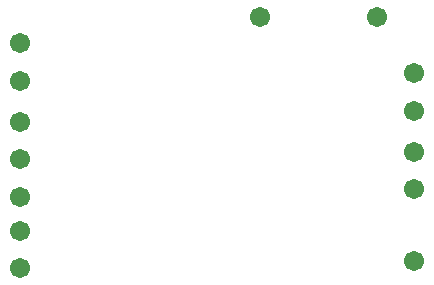
<source format=gbs>
G04 DipTrace 3.0.0.2*
G04 RGBI-AnalogRGB.GBS*
%MOMM*%
G04 #@! TF.FileFunction,Soldermask,Bot*
G04 #@! TF.Part,Single*
%ADD29C,1.7032*%
%FSLAX35Y35*%
G04*
G71*
G90*
G75*
G01*
G04 BotMask*
%LPD*%
D29*
X1286510Y3763010D3*
Y3445510D3*
Y3096260D3*
Y2778760D3*
Y2461260D3*
Y2175510D3*
Y1858010D3*
X4620260Y3509010D3*
Y3191510D3*
Y2842260D3*
Y2524760D3*
Y1921510D3*
X3318510Y3985260D3*
X4302760D3*
M02*

</source>
